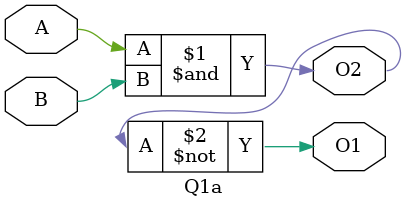
<source format=v>

module Q1a (A, B, O1, O2);

input A,B;
output O1, O2;

and and1(O2, A, B);
not not1(O1, O2);

endmodule

</source>
